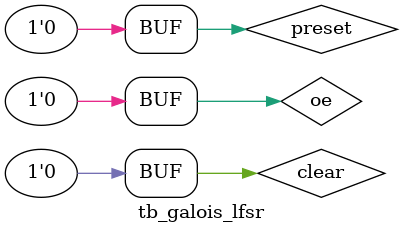
<source format=v>
module tb_galois_lfsr();


reg oe;
reg preset;
reg clear;

wire [31:0]random;


initial begin
oe=1'b0;
preset=1'b1;
clear=1'b0;

#1100 preset=1'b0;

end

Galois g1(preset,clear,oe,random);


endmodule

</source>
